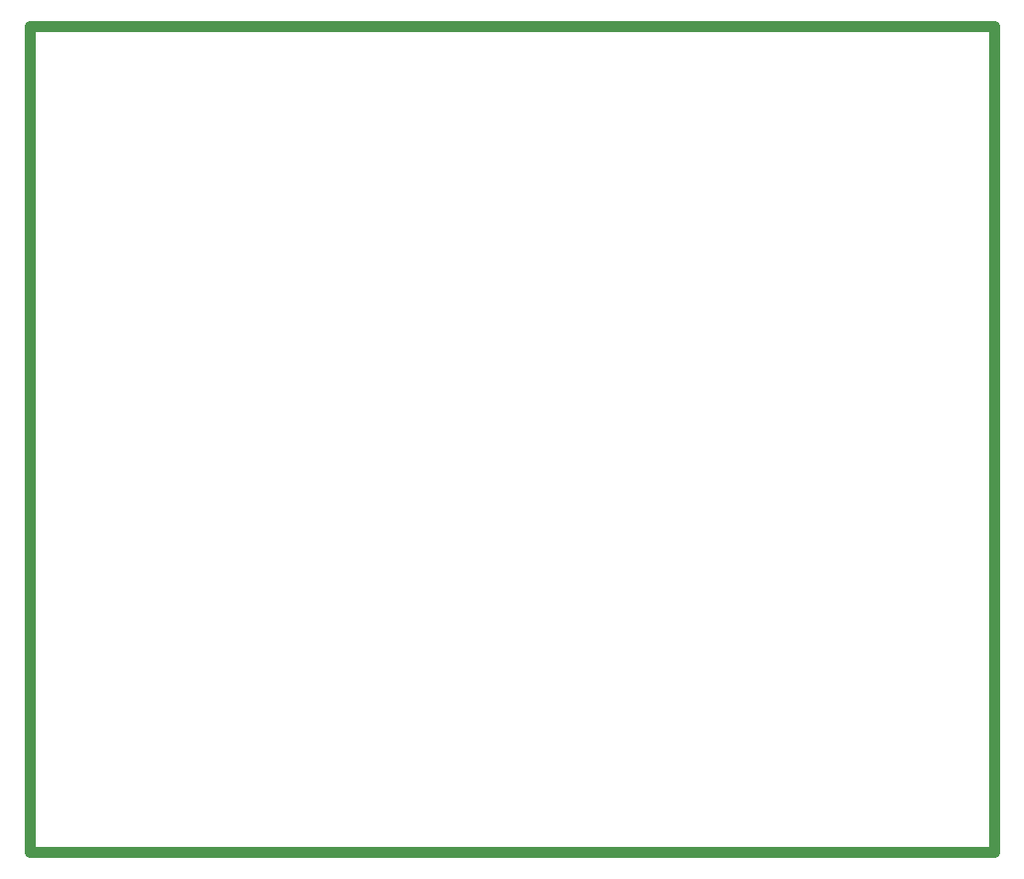
<source format=gbp>
G04 Layer_Color=128*
%FSLAX25Y25*%
%MOIN*%
G70*
G01*
G75*
%ADD41C,0.04000*%
D41*
X0Y0D02*
X288500D01*
X0Y300500D02*
X288500D01*
X0Y0D02*
Y300500D01*
X288500Y0D02*
X350500D01*
Y300500D01*
X288500D02*
X350500D01*
M02*

</source>
